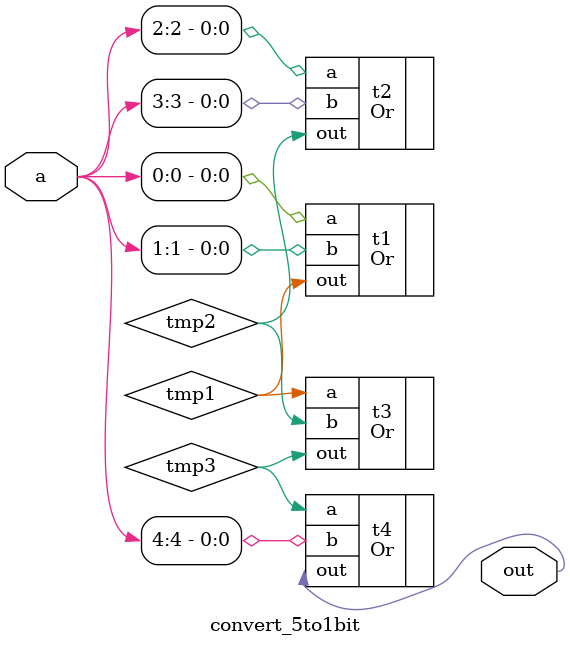
<source format=v>
module decoder(input [4:0]a0, a1, a2, a3, output [1:0] idx, output done);
wire idx0, idx1;
wire A0,A1,A2,A3;
  convert_5to1bit c1(.out(A0), .a(a0));
  convert_5to1bit c2(.out(A1), .a(a1));
  convert_5to1bit c3(.out(A2), .a(a2));
  convert_5to1bit c4(.out(A3), .a(a3));

wire not_a0, not_a1, not_a2, not_a3;

  Not u0(.out(not_a0), .a(A0));
  Not u1(.out(not_a1), .a(A1));
  Not u2(.out(not_a2), .a(A2));
  Not u3(.out(not_a3), .a(A3));



wire done_a0, done_a1, done_a2, done_a3;
wire nota0ANDnota1 , a3ANDnota2 , a2ANDnota3, nota2ANDnota3, a1ANDnota0, a0ANDnota1 ; 


And and1(.out(nota0ANDnota1) , .a(not_a0) , .b(not_a1));
And and2(.out(a3ANDnota2) , .a(A3) , .b(not_a2));
And main1 (.out(done_a3) , .a(nota0ANDnota1) , .b(a3ANDnota2));

And and3(.out(a2ANDnota3), .a(A2), .b(not_a3));
And main2(.out(done_a2), .a(nota0ANDnota1), .b(a2ANDnota3));

And and4(.out(nota2ANDnota3) , .a(not_a2) , .b(not_a3));
And and5(.out(a1ANDnota0), .a(A1), .b(not_a0));
And main3(.out(done_a1), .a(a1ANDnota0), .b(nota2ANDnota3));


And a6(.out(a0ANDnota1), .a(A0) , .b(not_a1));
And main4(.out(done_a0), .a(a0ANDnota1), .b(nota2ANDnota3));


wire done_a0ORa1 , done_a2ORa3;

Or o1(.out(done_a0ORa1), .a(done_a0) , .b(done_a1));
Or o2(.out(done_a2ORa3), .a(done_a2) , .b(done_a3));
Or OR_main(.out(done), .a(done_a0ORa1) , .b(done_a2ORa3));


Or u9(.out(idx0),.a(done_a1) ,.b( done_a3) ); 
Or u10(.out(idx1), .a(done_a2), .b(done_a3)); 

assign idx ={idx1,idx0};

endmodule

module  convert_5to1bit (input [4:0] a ,  output out);
  wire tmp1,tmp2,tmp3;
        Or t1(.out(tmp1), .a(a[0]), .b(a[1]));
  Or t2(.out(tmp2), .a(a[2]), .b(a[3]));
  Or t3(.out(tmp3), .a(tmp1), .b(tmp2));
  Or t4(.out(out), .a(tmp3), .b(a[4]));
endmodule

</source>
